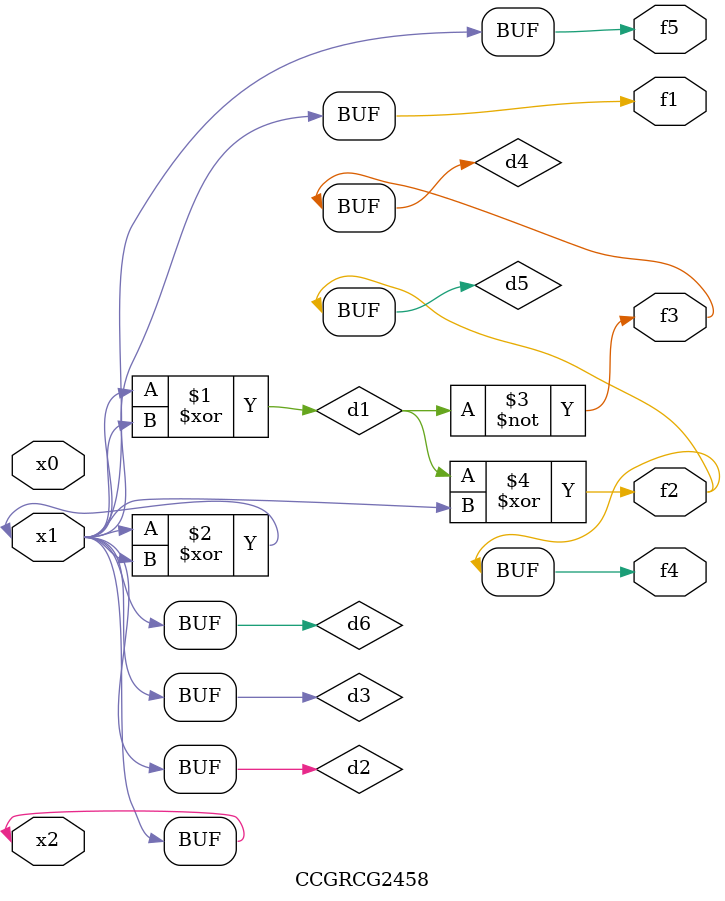
<source format=v>
module CCGRCG2458(
	input x0, x1, x2,
	output f1, f2, f3, f4, f5
);

	wire d1, d2, d3, d4, d5, d6;

	xor (d1, x1, x2);
	buf (d2, x1, x2);
	xor (d3, x1, x2);
	nor (d4, d1);
	xor (d5, d1, d2);
	buf (d6, d2, d3);
	assign f1 = d6;
	assign f2 = d5;
	assign f3 = d4;
	assign f4 = d5;
	assign f5 = d6;
endmodule

</source>
